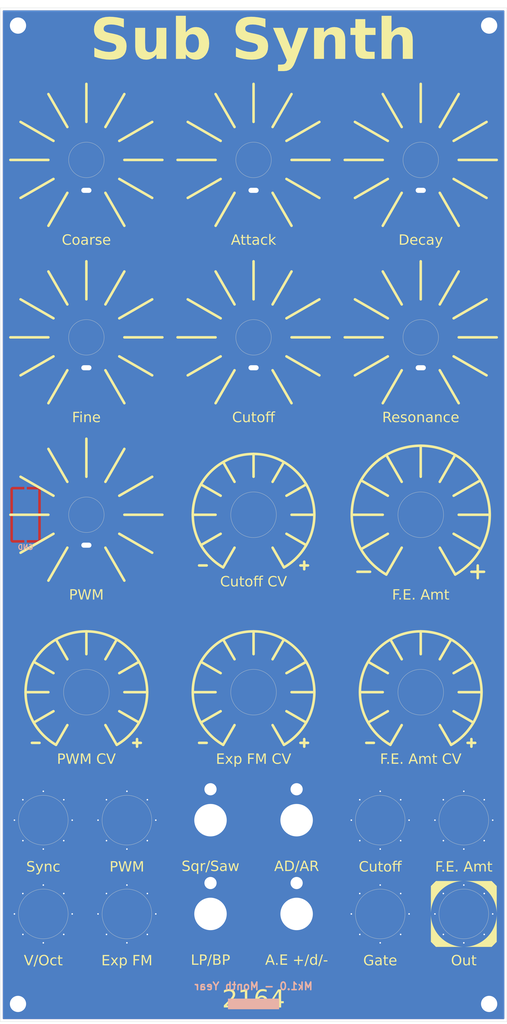
<source format=kicad_pcb>
(kicad_pcb (version 20241229) (generator "pcbnew") (generator_version "9.0")
  (title_block (title "Kosmo Format Front Panel - 10 cm") (company "DMH Instruments"))
  (layers (0 "F.Cu" signal) (2 "B.Cu" signal) (13 "F.Paste" user) (15 "B.Paste" user) (5 "F.SilkS" user "F.Silkscreen") (7 "B.SilkS" user "B.Silkscreen") (1 "F.Mask" user) (3 "B.Mask" user) (25 "Edge.Cuts" user))
  (property "Function" "")
  (net 0 "")
  (net 1 "GND")
  (footprint "SynthStuff:Pot_Cutout_Small" (layer "F.Cu") (at 100 60)
    (property "Reference" "H9")
    (property "Value" "Attack" (at 0 15.9 0) (layer "F.SilkS") (effects (font (size 2 2))))
    (fp_line (start -7.499998 0) (end -15 0) (stroke (width 0.5)) (layer "F.SilkS"))
    (fp_line (start -6.49301 -3.753771) (end -12.992858 -7.495709) (stroke (width 0.5)) (layer "F.SilkS"))
    (fp_line (start -6.49301 3.753772) (end -12.992781 7.495835) (stroke (width 0.5)) (layer "F.SilkS"))
    (fp_line (start -3.753772 -6.49301) (end -7.495837 -12.992783) (stroke (width 0.5)) (layer "F.SilkS"))
    (fp_line (start -3.753771 6.49301) (end -7.495708 12.992854) (stroke (width 0.5)) (layer "F.SilkS"))
    (fp_line (start 0 -7.5) (end 0 -15) (stroke (width 0.5)) (layer "F.SilkS"))
    (fp_line (start 3.753771 -6.49301) (end 7.495709 -12.992858) (stroke (width 0.5)) (layer "F.SilkS"))
    (fp_line (start 3.753772 6.49301) (end 7.495835 12.992782) (stroke (width 0.5)) (layer "F.SilkS"))
    (fp_line (start 6.49301 -3.753772) (end 12.992783 -7.495836) (stroke (width 0.5)) (layer "F.SilkS"))
    (fp_line (start 6.49301 3.753771) (end 12.992855 7.495709) (stroke (width 0.5)) (layer "F.SilkS"))
    (fp_line (start 7.5 0) (end 14.999999 0) (stroke (width 0.5)) (layer "F.SilkS"))
    (fp_circle (center 0 0) (end 0 3.5) (stroke (width 0.05)) (fill no) (layer "Edge.Cuts"))
    (pad "1" connect circle (at 0 0) (size 12 12) (layers "F.Cu" "F.Mask") (net 1 "GND"))
    (pad "1" connect circle (at 0 0) (size 12 12) (layers "B.Cu" "B.Mask") (net 1 "GND"))
    (pad "1" thru_hole oval (at 0 6) (size 2.5 1.5) (drill oval 2 1) (layers "*.Cu" "*.Mask") (net 1 "GND"))
  )
  (footprint "SynthStuff:MountingHole_Rails" (layer "F.Cu") (at 53.5 226.5)
    (property "Reference" "H3")
    (property "Value" "MountingHole_Rails" (hide yes))
    (pad "1" thru_hole circle (at 0 0) (size 4 4) (drill 3.2) (layers "*.Cu" "*.Mask") (net 1 "GND"))
  )
  (footprint "SynthStuff:Jack_6.35mm_Cutout_Output_v6" (layer "F.Cu") (at 141.5 208.75)
    (property "Reference" "H22")
    (property "Value" "Out" (at 0 9.3 0) (layer "F.SilkS") (effects (font (size 2 2))))
    (fp_poly (pts (xy -6.5 5.5) (arc (start -6.5 0) (mid -4.596194 4.596194) (end 0 6.5)) (xy -5.5 6.5)) (fill yes) (layer "F.SilkS"))
    (fp_poly (pts (xy -5.5 -6.5) (arc (start 0 -6.5) (mid -4.596194 -4.596194) (end -6.5 0)) (xy -6.5 -5.5)) (fill yes) (layer "F.SilkS"))
    (fp_poly (pts (xy 5.5 6.5) (arc (start 0 6.5) (mid 4.596194 4.596194) (end 6.5 0)) (xy 6.5 5.5)) (fill yes) (layer "F.SilkS"))
    (fp_poly (pts (xy 6.5 -5.5) (arc (start 6.5 0) (mid 4.596194 -4.596194) (end 0 -6.5)) (xy 5.5 -6.5)) (fill yes) (layer "F.SilkS"))
    (fp_circle (center 0 0) (end 0 -4.9) (stroke (width 0.05)) (fill no) (layer "Edge.Cuts"))
    (pad "1" thru_hole circle (at -5.7 0) (size 0.5 0.5) (drill 0.3) (layers "*.Cu" "*.Mask") (net 1 "GND"))
    (pad "1" thru_hole circle (at -4.04 -4.03) (size 0.5 0.5) (drill 0.3) (layers "*.Cu" "*.Mask") (net 1 "GND"))
    (pad "1" thru_hole circle (at -4.03 4.04) (size 0.5 0.5) (drill 0.3) (layers "*.Cu" "*.Mask") (net 1 "GND"))
    (pad "1" thru_hole circle (at 0 -5.7) (size 0.5 0.5) (drill 0.3) (layers "*.Cu" "*.Mask") (net 1 "GND"))
    (pad "1" connect circle (at 0 0) (size 12 12) (layers "F.Cu" "F.Mask") (net 1 "GND"))
    (pad "1" connect circle (at 0 0) (size 12 12) (layers "B.Cu" "B.Mask") (net 1 "GND"))
    (pad "1" thru_hole circle (at 0 5.7) (size 0.5 0.5) (drill 0.3) (layers "*.Cu" "*.Mask") (net 1 "GND"))
    (pad "1" thru_hole circle (at 4.03 4.04) (size 0.5 0.5) (drill 0.3) (layers "*.Cu" "*.Mask") (net 1 "GND"))
    (pad "1" thru_hole circle (at 4.04 -4.03) (size 0.5 0.5) (drill 0.3) (layers "*.Cu" "*.Mask") (net 1 "GND"))
    (pad "1" thru_hole circle (at 5.7 0) (size 0.5 0.5) (drill 0.3) (layers "*.Cu" "*.Mask") (net 1 "GND"))
  )
  (footprint "SynthStuff:Pot_Cutout_Tiny_attv_P110KH1" (layer "F.Cu") (at 100 130)
    (property "Reference" "H15")
    (property "Value" "Cutoff CV" (at 0 13.3 0) (layer "F.SilkS") (effects (font (size 2 2))))
    (fp_line (start -10.75 10) (end -9.25 10) (stroke (width 0.5)) (layer "F.SilkS"))
    (fp_line (start -7.499998 0) (end -12 0) (stroke (width 0.5)) (layer "F.SilkS"))
    (fp_line (start -6.49301 -3.753771) (end -10.394285 -5.996567) (stroke (width 0.5)) (layer "F.SilkS"))
    (fp_line (start -6.49301 3.753772) (end -10.394227 5.996669) (stroke (width 0.5)) (layer "F.SilkS"))
    (fp_line (start -3.753772 -6.49301) (end -5.996669 -10.394227) (stroke (width 0.5)) (layer "F.SilkS"))
    (fp_line (start -3.753771 6.49301) (end -5.996567 10.394285) (stroke (width 0.5)) (layer "F.SilkS"))
    (fp_line (start 0 -7.5) (end 0 -12) (stroke (width 0.5)) (layer "F.SilkS"))
    (fp_line (start 3.753771 -6.49301) (end 5.996567 -10.394285) (stroke (width 0.5)) (layer "F.SilkS"))
    (fp_line (start 3.753772 6.49301) (end 5.996669 10.394227) (stroke (width 0.5)) (layer "F.SilkS"))
    (fp_line (start 6.49301 -3.753772) (end 10.394227 -5.996669) (stroke (width 0.5)) (layer "F.SilkS"))
    (fp_line (start 6.49301 3.753771) (end 10.394285 5.996567) (stroke (width 0.5)) (layer "F.SilkS"))
    (fp_line (start 7.5 0) (end 12 0) (stroke (width 0.5)) (layer "F.SilkS"))
    (fp_line (start 9.25 10) (end 10.75 10) (stroke (width 0.5)) (layer "F.SilkS"))
    (fp_line (start 10 10.75) (end 10 9.25) (stroke (width 0.5)) (layer "F.SilkS"))
    (fp_arc (start -5.996567 10.394285) (mid -11.591622 -3.103914) (end 0 -11.999999) (stroke (width 0.5)) (layer "F.SilkS"))
    (fp_arc (start 0 -11.999996) (mid 11.591604 -3.103969) (end 5.996669 10.394227) (stroke (width 0.5)) (layer "F.SilkS"))
    (fp_circle (center 0 0) (end 4.5 0) (stroke (width 0.05)) (fill no) (layer "Edge.Cuts"))
    (pad "1" connect circle (at 0 0) (size 12 12) (layers "F.Cu" "F.Mask") (net 1 "GND"))
    (pad "1" connect circle (at 0 0) (size 12 12) (layers "B.Cu" "B.Mask") (net 1 "GND"))
  )
  (footprint "SynthStuff:Pot_Cutout_Small" (layer "F.Cu") (at 67 60)
    (property "Reference" "H5")
    (property "Value" "Coarse" (at 0 15.9 0) (layer "F.SilkS") (effects (font (size 2 2))))
    (fp_line (start -7.499998 0) (end -15 0) (stroke (width 0.5)) (layer "F.SilkS"))
    (fp_line (start -6.49301 -3.753771) (end -12.992858 -7.495709) (stroke (width 0.5)) (layer "F.SilkS"))
    (fp_line (start -6.49301 3.753772) (end -12.992781 7.495835) (stroke (width 0.5)) (layer "F.SilkS"))
    (fp_line (start -3.753772 -6.49301) (end -7.495837 -12.992783) (stroke (width 0.5)) (layer "F.SilkS"))
    (fp_line (start -3.753771 6.49301) (end -7.495708 12.992854) (stroke (width 0.5)) (layer "F.SilkS"))
    (fp_line (start 0 -7.5) (end 0 -15) (stroke (width 0.5)) (layer "F.SilkS"))
    (fp_line (start 3.753771 -6.49301) (end 7.495709 -12.992858) (stroke (width 0.5)) (layer "F.SilkS"))
    (fp_line (start 3.753772 6.49301) (end 7.495835 12.992782) (stroke (width 0.5)) (layer "F.SilkS"))
    (fp_line (start 6.49301 -3.753772) (end 12.992783 -7.495836) (stroke (width 0.5)) (layer "F.SilkS"))
    (fp_line (start 6.49301 3.753771) (end 12.992855 7.495709) (stroke (width 0.5)) (layer "F.SilkS"))
    (fp_line (start 7.5 0) (end 14.999999 0) (stroke (width 0.5)) (layer "F.SilkS"))
    (fp_circle (center 0 0) (end 0 3.5) (stroke (width 0.05)) (fill no) (layer "Edge.Cuts"))
    (pad "1" connect circle (at 0 0) (size 12 12) (layers "F.Cu" "F.Mask") (net 1 "GND"))
    (pad "1" connect circle (at 0 0) (size 12 12) (layers "B.Cu" "B.Mask") (net 1 "GND"))
    (pad "1" thru_hole oval (at 0 6) (size 2.5 1.5) (drill oval 2 1) (layers "*.Cu" "*.Mask") (net 1 "GND"))
  )
  (footprint "SynthStuff:Jack_6.35mm_Cutout_v3" (layer "F.Cu") (at 125 208.75)
    (property "Reference" "H28")
    (property "Value" "Gate" (at 0 9.3 0) (layer "F.SilkS") (effects (font (size 2 2))))
    (fp_circle (center 0 0) (end 0 -4.9) (stroke (width 0.05)) (fill no) (layer "Edge.Cuts"))
    (pad "1" thru_hole circle (at -5.7 0) (size 0.5 0.5) (drill 0.3) (layers "*.Cu" "*.Mask") (net 1 "GND"))
    (pad "1" thru_hole circle (at -4.04 -4.03) (size 0.5 0.5) (drill 0.3) (layers "*.Cu" "*.Mask") (net 1 "GND"))
    (pad "1" thru_hole circle (at -4.03 4.04) (size 0.5 0.5) (drill 0.3) (layers "*.Cu" "*.Mask") (net 1 "GND"))
    (pad "1" thru_hole circle (at 0 -5.7) (size 0.5 0.5) (drill 0.3) (layers "*.Cu" "*.Mask") (net 1 "GND"))
    (pad "1" connect circle (at 0 0) (size 12 12) (layers "F.Cu" "F.Mask") (net 1 "GND"))
    (pad "1" connect circle (at 0 0) (size 12 12) (layers "B.Cu" "B.Mask") (net 1 "GND"))
    (pad "1" thru_hole circle (at 0 5.7) (size 0.5 0.5) (drill 0.3) (layers "*.Cu" "*.Mask") (net 1 "GND"))
    (pad "1" thru_hole circle (at 4.03 4.04) (size 0.5 0.5) (drill 0.3) (layers "*.Cu" "*.Mask") (net 1 "GND"))
    (pad "1" thru_hole circle (at 4.04 -4.03) (size 0.5 0.5) (drill 0.3) (layers "*.Cu" "*.Mask") (net 1 "GND"))
    (pad "1" thru_hole circle (at 5.7 0) (size 0.5 0.5) (drill 0.3) (layers "*.Cu" "*.Mask") (net 1 "GND"))
  )
  (footprint "SynthStuff:Jack_6.35mm_Cutout_v3" (layer "F.Cu") (at 141.5 190.25)
    (property "Reference" "H20")
    (property "Value" "F.E. Amt" (at 0 9.3 0) (layer "F.SilkS") (effects (font (size 2 2))))
    (fp_circle (center 0 0) (end 0 -4.9) (stroke (width 0.05)) (fill no) (layer "Edge.Cuts"))
    (pad "1" thru_hole circle (at -5.7 0) (size 0.5 0.5) (drill 0.3) (layers "*.Cu" "*.Mask") (net 1 "GND"))
    (pad "1" thru_hole circle (at -4.04 -4.03) (size 0.5 0.5) (drill 0.3) (layers "*.Cu" "*.Mask") (net 1 "GND"))
    (pad "1" thru_hole circle (at -4.03 4.04) (size 0.5 0.5) (drill 0.3) (layers "*.Cu" "*.Mask") (net 1 "GND"))
    (pad "1" thru_hole circle (at 0 -5.7) (size 0.5 0.5) (drill 0.3) (layers "*.Cu" "*.Mask") (net 1 "GND"))
    (pad "1" connect circle (at 0 0) (size 12 12) (layers "F.Cu" "F.Mask") (net 1 "GND"))
    (pad "1" connect circle (at 0 0) (size 12 12) (layers "B.Cu" "B.Mask") (net 1 "GND"))
    (pad "1" thru_hole circle (at 0 5.7) (size 0.5 0.5) (drill 0.3) (layers "*.Cu" "*.Mask") (net 1 "GND"))
    (pad "1" thru_hole circle (at 4.03 4.04) (size 0.5 0.5) (drill 0.3) (layers "*.Cu" "*.Mask") (net 1 "GND"))
    (pad "1" thru_hole circle (at 4.04 -4.03) (size 0.5 0.5) (drill 0.3) (layers "*.Cu" "*.Mask") (net 1 "GND"))
    (pad "1" thru_hole circle (at 5.7 0) (size 0.5 0.5) (drill 0.3) (layers "*.Cu" "*.Mask") (net 1 "GND"))
  )
  (footprint "SynthStuff:Jack_6.35mm_Cutout_v3" (layer "F.Cu") (at 58.5 208.75)
    (property "Reference" "H17")
    (property "Value" "V/Oct" (at 0 9.3 0) (layer "F.SilkS") (effects (font (size 2 2))))
    (fp_circle (center 0 0) (end 0 -4.9) (stroke (width 0.05)) (fill no) (layer "Edge.Cuts"))
    (pad "1" thru_hole circle (at -5.7 0) (size 0.5 0.5) (drill 0.3) (layers "*.Cu" "*.Mask") (net 1 "GND"))
    (pad "1" thru_hole circle (at -4.04 -4.03) (size 0.5 0.5) (drill 0.3) (layers "*.Cu" "*.Mask") (net 1 "GND"))
    (pad "1" thru_hole circle (at -4.03 4.04) (size 0.5 0.5) (drill 0.3) (layers "*.Cu" "*.Mask") (net 1 "GND"))
    (pad "1" thru_hole circle (at 0 -5.7) (size 0.5 0.5) (drill 0.3) (layers "*.Cu" "*.Mask") (net 1 "GND"))
    (pad "1" connect circle (at 0 0) (size 12 12) (layers "F.Cu" "F.Mask") (net 1 "GND"))
    (pad "1" connect circle (at 0 0) (size 12 12) (layers "B.Cu" "B.Mask") (net 1 "GND"))
    (pad "1" thru_hole circle (at 0 5.7) (size 0.5 0.5) (drill 0.3) (layers "*.Cu" "*.Mask") (net 1 "GND"))
    (pad "1" thru_hole circle (at 4.03 4.04) (size 0.5 0.5) (drill 0.3) (layers "*.Cu" "*.Mask") (net 1 "GND"))
    (pad "1" thru_hole circle (at 4.04 -4.03) (size 0.5 0.5) (drill 0.3) (layers "*.Cu" "*.Mask") (net 1 "GND"))
    (pad "1" thru_hole circle (at 5.7 0) (size 0.5 0.5) (drill 0.3) (layers "*.Cu" "*.Mask") (net 1 "GND"))
  )
  (footprint "SynthStuff:Toggle_Switch_TE_Cutout" (layer "F.Cu") (at 108.5 190.25)
    (property "Reference" "H24")
    (property "Value" "AD/AR" (at 0 9.2 0) (layer "F.SilkS") (effects (font (size 2 2))))
    (pad "1" thru_hole circle (at 0 -6.1) (size 2.9 2.9) (drill 2.4) (layers "*.Cu" "*.Mask") (net 1 "GND"))
    (pad "1" thru_hole circle (at 0 0) (size 13 13) (drill 6.4) (layers "*.Cu" "*.Mask") (net 1 "GND"))
  )
  (footprint "SynthStuff:Jack_6.35mm_Cutout_v3" (layer "F.Cu") (at 58.5 190.25)
    (property "Reference" "H25")
    (property "Value" "Sync" (at 0 9.3 0) (layer "F.SilkS") (effects (font (size 2 2))))
    (fp_circle (center 0 0) (end 0 -4.9) (stroke (width 0.05)) (fill no) (layer "Edge.Cuts"))
    (pad "1" thru_hole circle (at -5.7 0) (size 0.5 0.5) (drill 0.3) (layers "*.Cu" "*.Mask") (net 1 "GND"))
    (pad "1" thru_hole circle (at -4.04 -4.03) (size 0.5 0.5) (drill 0.3) (layers "*.Cu" "*.Mask") (net 1 "GND"))
    (pad "1" thru_hole circle (at -4.03 4.04) (size 0.5 0.5) (drill 0.3) (layers "*.Cu" "*.Mask") (net 1 "GND"))
    (pad "1" thru_hole circle (at 0 -5.7) (size 0.5 0.5) (drill 0.3) (layers "*.Cu" "*.Mask") (net 1 "GND"))
    (pad "1" connect circle (at 0 0) (size 12 12) (layers "F.Cu" "F.Mask") (net 1 "GND"))
    (pad "1" connect circle (at 0 0) (size 12 12) (layers "B.Cu" "B.Mask") (net 1 "GND"))
    (pad "1" thru_hole circle (at 0 5.7) (size 0.5 0.5) (drill 0.3) (layers "*.Cu" "*.Mask") (net 1 "GND"))
    (pad "1" thru_hole circle (at 4.03 4.04) (size 0.5 0.5) (drill 0.3) (layers "*.Cu" "*.Mask") (net 1 "GND"))
    (pad "1" thru_hole circle (at 4.04 -4.03) (size 0.5 0.5) (drill 0.3) (layers "*.Cu" "*.Mask") (net 1 "GND"))
    (pad "1" thru_hole circle (at 5.7 0) (size 0.5 0.5) (drill 0.3) (layers "*.Cu" "*.Mask") (net 1 "GND"))
  )
  (footprint "SynthStuff:Toggle_Switch_TE_Cutout" (layer "F.Cu") (at 108.5 208.75)
    (property "Reference" "H27")
    (property "Value" "A.E +/d/-" (at 0 9.2 0) (layer "F.SilkS") (effects (font (size 2 2))))
    (pad "1" thru_hole circle (at 0 -6.1) (size 2.9 2.9) (drill 2.4) (layers "*.Cu" "*.Mask") (net 1 "GND"))
    (pad "1" thru_hole circle (at 0 0) (size 13 13) (drill 6.4) (layers "*.Cu" "*.Mask") (net 1 "GND"))
  )
  (footprint "SynthStuff:Jack_6.35mm_Cutout_v3" (layer "F.Cu") (at 75 208.75)
    (property "Reference" "H18")
    (property "Value" "Exp FM" (at 0 9.3 0) (layer "F.SilkS") (effects (font (size 2 2))))
    (fp_circle (center 0 0) (end 0 -4.9) (stroke (width 0.05)) (fill no) (layer "Edge.Cuts"))
    (pad "1" thru_hole circle (at -5.7 0) (size 0.5 0.5) (drill 0.3) (layers "*.Cu" "*.Mask") (net 1 "GND"))
    (pad "1" thru_hole circle (at -4.04 -4.03) (size 0.5 0.5) (drill 0.3) (layers "*.Cu" "*.Mask") (net 1 "GND"))
    (pad "1" thru_hole circle (at -4.03 4.04) (size 0.5 0.5) (drill 0.3) (layers "*.Cu" "*.Mask") (net 1 "GND"))
    (pad "1" thru_hole circle (at 0 -5.7) (size 0.5 0.5) (drill 0.3) (layers "*.Cu" "*.Mask") (net 1 "GND"))
    (pad "1" connect circle (at 0 0) (size 12 12) (layers "F.Cu" "F.Mask") (net 1 "GND"))
    (pad "1" connect circle (at 0 0) (size 12 12) (layers "B.Cu" "B.Mask") (net 1 "GND"))
    (pad "1" thru_hole circle (at 0 5.7) (size 0.5 0.5) (drill 0.3) (layers "*.Cu" "*.Mask") (net 1 "GND"))
    (pad "1" thru_hole circle (at 4.03 4.04) (size 0.5 0.5) (drill 0.3) (layers "*.Cu" "*.Mask") (net 1 "GND"))
    (pad "1" thru_hole circle (at 4.04 -4.03) (size 0.5 0.5) (drill 0.3) (layers "*.Cu" "*.Mask") (net 1 "GND"))
    (pad "1" thru_hole circle (at 5.7 0) (size 0.5 0.5) (drill 0.3) (layers "*.Cu" "*.Mask") (net 1 "GND"))
  )
  (footprint "SynthStuff:Pot_Cutout_Small" (layer "F.Cu") (at 67 130)
    (property "Reference" "H8")
    (property "Value" "PWM" (at 0 15.9 0) (layer "F.SilkS") (effects (font (size 2 2))))
    (fp_line (start -7.499998 0) (end -15 0) (stroke (width 0.5)) (layer "F.SilkS"))
    (fp_line (start -6.49301 -3.753771) (end -12.992858 -7.495709) (stroke (width 0.5)) (layer "F.SilkS"))
    (fp_line (start -6.49301 3.753772) (end -12.992781 7.495835) (stroke (width 0.5)) (layer "F.SilkS"))
    (fp_line (start -3.753772 -6.49301) (end -7.495837 -12.992783) (stroke (width 0.5)) (layer "F.SilkS"))
    (fp_line (start -3.753771 6.49301) (end -7.495708 12.992854) (stroke (width 0.5)) (layer "F.SilkS"))
    (fp_line (start 0 -7.5) (end 0 -15) (stroke (width 0.5)) (layer "F.SilkS"))
    (fp_line (start 3.753771 -6.49301) (end 7.495709 -12.992858) (stroke (width 0.5)) (layer "F.SilkS"))
    (fp_line (start 3.753772 6.49301) (end 7.495835 12.992782) (stroke (width 0.5)) (layer "F.SilkS"))
    (fp_line (start 6.49301 -3.753772) (end 12.992783 -7.495836) (stroke (width 0.5)) (layer "F.SilkS"))
    (fp_line (start 6.49301 3.753771) (end 12.992855 7.495709) (stroke (width 0.5)) (layer "F.SilkS"))
    (fp_line (start 7.5 0) (end 14.999999 0) (stroke (width 0.5)) (layer "F.SilkS"))
    (fp_circle (center 0 0) (end 0 3.5) (stroke (width 0.05)) (fill no) (layer "Edge.Cuts"))
    (pad "1" connect circle (at 0 0) (size 12 12) (layers "F.Cu" "F.Mask") (net 1 "GND"))
    (pad "1" connect circle (at 0 0) (size 12 12) (layers "B.Cu" "B.Mask") (net 1 "GND"))
    (pad "1" thru_hole oval (at 0 6) (size 2.5 1.5) (drill oval 2 1) (layers "*.Cu" "*.Mask") (net 1 "GND"))
  )
  (footprint "SynthStuff:Pot_Cutout_Tiny_attv_P110KH1" (layer "F.Cu") (at 67 165)
    (property "Reference" "H12")
    (property "Value" "PWM CV" (at 0 13.3 0) (layer "F.SilkS") (effects (font (size 2 2))))
    (fp_line (start -10.75 10) (end -9.25 10) (stroke (width 0.5)) (layer "F.SilkS"))
    (fp_line (start -7.499998 0) (end -12 0) (stroke (width 0.5)) (layer "F.SilkS"))
    (fp_line (start -6.49301 -3.753771) (end -10.394285 -5.996567) (stroke (width 0.5)) (layer "F.SilkS"))
    (fp_line (start -6.49301 3.753772) (end -10.394227 5.996669) (stroke (width 0.5)) (layer "F.SilkS"))
    (fp_line (start -3.753772 -6.49301) (end -5.996669 -10.394227) (stroke (width 0.5)) (layer "F.SilkS"))
    (fp_line (start -3.753771 6.49301) (end -5.996567 10.394285) (stroke (width 0.5)) (layer "F.SilkS"))
    (fp_line (start 0 -7.5) (end 0 -12) (stroke (width 0.5)) (layer "F.SilkS"))
    (fp_line (start 3.753771 -6.49301) (end 5.996567 -10.394285) (stroke (width 0.5)) (layer "F.SilkS"))
    (fp_line (start 3.753772 6.49301) (end 5.996669 10.394227) (stroke (width 0.5)) (layer "F.SilkS"))
    (fp_line (start 6.49301 -3.753772) (end 10.394227 -5.996669) (stroke (width 0.5)) (layer "F.SilkS"))
    (fp_line (start 6.49301 3.753771) (end 10.394285 5.996567) (stroke (width 0.5)) (layer "F.SilkS"))
    (fp_line (start 7.5 0) (end 12 0) (stroke (width 0.5)) (layer "F.SilkS"))
    (fp_line (start 9.25 10) (end 10.75 10) (stroke (width 0.5)) (layer "F.SilkS"))
    (fp_line (start 10 10.75) (end 10 9.25) (stroke (width 0.5)) (layer "F.SilkS"))
    (fp_arc (start -5.996567 10.394285) (mid -11.591622 -3.103914) (end 0 -11.999999) (stroke (width 0.5)) (layer "F.SilkS"))
    (fp_arc (start 0 -11.999996) (mid 11.591604 -3.103969) (end 5.996669 10.394227) (stroke (width 0.5)) (layer "F.SilkS"))
    (fp_circle (center 0 0) (end 4.5 0) (stroke (width 0.05)) (fill no) (layer "Edge.Cuts"))
    (pad "1" connect circle (at 0 0) (size 12 12) (layers "F.Cu" "F.Mask") (net 1 "GND"))
    (pad "1" connect circle (at 0 0) (size 12 12) (layers "B.Cu" "B.Mask") (net 1 "GND"))
  )
  (footprint "SynthStuff:Pot_Cutout_Small" (layer "F.Cu") (at 100 95)
    (property "Reference" "H11")
    (property "Value" "Cutoff" (at 0 15.9 0) (layer "F.SilkS") (effects (font (size 2 2))))
    (fp_line (start -7.499998 0) (end -15 0) (stroke (width 0.5)) (layer "F.SilkS"))
    (fp_line (start -6.49301 -3.753771) (end -12.992858 -7.495709) (stroke (width 0.5)) (layer "F.SilkS"))
    (fp_line (start -6.49301 3.753772) (end -12.992781 7.495835) (stroke (width 0.5)) (layer "F.SilkS"))
    (fp_line (start -3.753772 -6.49301) (end -7.495837 -12.992783) (stroke (width 0.5)) (layer "F.SilkS"))
    (fp_line (start -3.753771 6.49301) (end -7.495708 12.992854) (stroke (width 0.5)) (layer "F.SilkS"))
    (fp_line (start 0 -7.5) (end 0 -15) (stroke (width 0.5)) (layer "F.SilkS"))
    (fp_line (start 3.753771 -6.49301) (end 7.495709 -12.992858) (stroke (width 0.5)) (layer "F.SilkS"))
    (fp_line (start 3.753772 6.49301) (end 7.495835 12.992782) (stroke (width 0.5)) (layer "F.SilkS"))
    (fp_line (start 6.49301 -3.753772) (end 12.992783 -7.495836) (stroke (width 0.5)) (layer "F.SilkS"))
    (fp_line (start 6.49301 3.753771) (end 12.992855 7.495709) (stroke (width 0.5)) (layer "F.SilkS"))
    (fp_line (start 7.5 0) (end 14.999999 0) (stroke (width 0.5)) (layer "F.SilkS"))
    (fp_circle (center 0 0) (end 0 3.5) (stroke (width 0.05)) (fill no) (layer "Edge.Cuts"))
    (pad "1" connect circle (at 0 0) (size 12 12) (layers "F.Cu" "F.Mask") (net 1 "GND"))
    (pad "1" connect circle (at 0 0) (size 12 12) (layers "B.Cu" "B.Mask") (net 1 "GND"))
    (pad "1" thru_hole oval (at 0 6) (size 2.5 1.5) (drill oval 2 1) (layers "*.Cu" "*.Mask") (net 1 "GND"))
  )
  (footprint "SynthStuff:Pot_Cutout_Small_attv_P110KH1" (layer "F.Cu") (at 133 130)
    (property "Reference" "H10")
    (property "Value" "F.E. Amt" (at 0 15.9 0) (layer "F.SilkS") (effects (font (size 2 2))))
    (fp_line (start -12.5 11.25) (end -10 11.25) (stroke (width 0.5)) (layer "F.SilkS"))
    (fp_line (start -7.499998 0) (end -13.6 0) (stroke (width 0.5)) (layer "F.SilkS"))
    (fp_line (start -6.49301 -3.753771) (end -11.8 -6.8) (stroke (width 0.5)) (layer "F.SilkS"))
    (fp_line (start -6.49301 3.753772) (end -11.8 6.8) (stroke (width 0.5)) (layer "F.SilkS"))
    (fp_line (start -3.753772 -6.49301) (end -6.8 -11.8) (stroke (width 0.5)) (layer "F.SilkS"))
    (fp_line (start -3.753771 6.49301) (end -6.8 11.8) (stroke (width 0.5)) (layer "F.SilkS"))
    (fp_line (start 0 -7.5) (end -0.003331 -13.619104) (stroke (width 0.5)) (layer "F.SilkS"))
    (fp_line (start 3.753771 -6.49301) (end 6.8 -11.8) (stroke (width 0.5)) (layer "F.SilkS"))
    (fp_line (start 3.753772 6.49301) (end 6.805772 11.796672) (stroke (width 0.5)) (layer "F.SilkS"))
    (fp_line (start 6.49301 -3.753772) (end 11.8 -6.8) (stroke (width 0.5)) (layer "F.SilkS"))
    (fp_line (start 6.49301 3.753771) (end 11.8 6.8) (stroke (width 0.5)) (layer "F.SilkS"))
    (fp_line (start 7.5 0) (end 13.6 0) (stroke (width 0.5)) (layer "F.SilkS"))
    (fp_line (start 10 11.25) (end 12.5 11.25) (stroke (width 0.5)) (layer "F.SilkS"))
    (fp_line (start 11.25 10) (end 11.25 12.5) (stroke (width 0.5)) (layer "F.SilkS"))
    (fp_arc (start -6.8 11.8) (mid -0.003331 -13.619104) (end 6.805772 11.796672) (stroke (width 0.5)) (layer "F.SilkS"))
    (fp_circle (center 0 0) (end 4.5 0) (stroke (width 0.05)) (fill no) (layer "Edge.Cuts"))
    (pad "1" connect circle (at 0 0) (size 12 12) (layers "F.Cu" "F.Mask") (net 1 "GND"))
    (pad "1" connect circle (at 0 0) (size 12 12) (layers "B.Cu" "B.Mask") (net 1 "GND"))
  )
  (footprint "SynthStuff:Pot_Cutout_Small" (layer "F.Cu") (at 133 60)
    (property "Reference" "H13")
    (property "Value" "Decay" (at 0 15.9 0) (layer "F.SilkS") (effects (font (size 2 2))))
    (fp_line (start -7.499998 0) (end -15 0) (stroke (width 0.5)) (layer "F.SilkS"))
    (fp_line (start -6.49301 -3.753771) (end -12.992858 -7.495709) (stroke (width 0.5)) (layer "F.SilkS"))
    (fp_line (start -6.49301 3.753772) (end -12.992781 7.495835) (stroke (width 0.5)) (layer "F.SilkS"))
    (fp_line (start -3.753772 -6.49301) (end -7.495837 -12.992783) (stroke (width 0.5)) (layer "F.SilkS"))
    (fp_line (start -3.753771 6.49301) (end -7.495708 12.992854) (stroke (width 0.5)) (layer "F.SilkS"))
    (fp_line (start 0 -7.5) (end 0 -15) (stroke (width 0.5)) (layer "F.SilkS"))
    (fp_line (start 3.753771 -6.49301) (end 7.495709 -12.992858) (stroke (width 0.5)) (layer "F.SilkS"))
    (fp_line (start 3.753772 6.49301) (end 7.495835 12.992782) (stroke (width 0.5)) (layer "F.SilkS"))
    (fp_line (start 6.49301 -3.753772) (end 12.992783 -7.495836) (stroke (width 0.5)) (layer "F.SilkS"))
    (fp_line (start 6.49301 3.753771) (end 12.992855 7.495709) (stroke (width 0.5)) (layer "F.SilkS"))
    (fp_line (start 7.5 0) (end 14.999999 0) (stroke (width 0.5)) (layer "F.SilkS"))
    (fp_circle (center 0 0) (end 0 3.5) (stroke (width 0.05)) (fill no) (layer "Edge.Cuts"))
    (pad "1" connect circle (at 0 0) (size 12 12) (layers "F.Cu" "F.Mask") (net 1 "GND"))
    (pad "1" connect circle (at 0 0) (size 12 12) (layers "B.Cu" "B.Mask") (net 1 "GND"))
    (pad "1" thru_hole oval (at 0 6) (size 2.5 1.5) (drill oval 2 1) (layers "*.Cu" "*.Mask") (net 1 "GND"))
  )
  (footprint "SynthStuff:MountingHole_Rails" (layer "F.Cu") (at 146.5 33.5)
    (property "Reference" "H2")
    (property "Value" "MountingHole_Rails" (hide yes))
    (pad "1" thru_hole circle (at 0 0) (size 4 4) (drill 3.2) (layers "*.Cu" "*.Mask") (net 1 "GND"))
  )
  (footprint "SynthStuff:MountingHole_Rails" (layer "F.Cu") (at 146.5 226.5)
    (property "Reference" "H4")
    (property "Value" "MountingHole_Rails" (hide yes))
    (pad "1" thru_hole circle (at 0 0) (size 4 4) (drill 3.2) (layers "*.Cu" "*.Mask") (net 1 "GND"))
  )
  (footprint "SynthStuff:Pot_Cutout_Small" (layer "F.Cu") (at 67 95)
    (property "Reference" "H6")
    (property "Value" "Fine" (at 0 15.9 0) (layer "F.SilkS") (effects (font (size 2 2))))
    (fp_line (start -7.499998 0) (end -15 0) (stroke (width 0.5)) (layer "F.SilkS"))
    (fp_line (start -6.49301 -3.753771) (end -12.992858 -7.495709) (stroke (width 0.5)) (layer "F.SilkS"))
    (fp_line (start -6.49301 3.753772) (end -12.992781 7.495835) (stroke (width 0.5)) (layer "F.SilkS"))
    (fp_line (start -3.753772 -6.49301) (end -7.495837 -12.992783) (stroke (width 0.5)) (layer "F.SilkS"))
    (fp_line (start -3.753771 6.49301) (end -7.495708 12.992854) (stroke (width 0.5)) (layer "F.SilkS"))
    (fp_line (start 0 -7.5) (end 0 -15) (stroke (width 0.5)) (layer "F.SilkS"))
    (fp_line (start 3.753771 -6.49301) (end 7.495709 -12.992858) (stroke (width 0.5)) (layer "F.SilkS"))
    (fp_line (start 3.753772 6.49301) (end 7.495835 12.992782) (stroke (width 0.5)) (layer "F.SilkS"))
    (fp_line (start 6.49301 -3.753772) (end 12.992783 -7.495836) (stroke (width 0.5)) (layer "F.SilkS"))
    (fp_line (start 6.49301 3.753771) (end 12.992855 7.495709) (stroke (width 0.5)) (layer "F.SilkS"))
    (fp_line (start 7.5 0) (end 14.999999 0) (stroke (width 0.5)) (layer "F.SilkS"))
    (fp_circle (center 0 0) (end 0 3.5) (stroke (width 0.05)) (fill no) (layer "Edge.Cuts"))
    (pad "1" connect circle (at 0 0) (size 12 12) (layers "F.Cu" "F.Mask") (net 1 "GND"))
    (pad "1" connect circle (at 0 0) (size 12 12) (layers "B.Cu" "B.Mask") (net 1 "GND"))
    (pad "1" thru_hole oval (at 0 6) (size 2.5 1.5) (drill oval 2 1) (layers "*.Cu" "*.Mask") (net 1 "GND"))
  )
  (footprint "SynthStuff:MountingHole_Rails" (layer "F.Cu") (at 53.5 33.5)
    (property "Reference" "H1")
    (property "Value" "MountingHole_Rails" (hide yes))
    (pad "1" thru_hole circle (at 0 0) (size 4 4) (drill 3.2) (layers "*.Cu" "*.Mask") (net 1 "GND"))
  )
  (footprint "SynthStuff:Jack_6.35mm_Cutout_v3" (layer "F.Cu") (at 75 190.25)
    (property "Reference" "H21")
    (property "Value" "PWM" (at 0 9.3 0) (layer "F.SilkS") (effects (font (size 2 2))))
    (fp_circle (center 0 0) (end 0 -4.9) (stroke (width 0.05)) (fill no) (layer "Edge.Cuts"))
    (pad "1" thru_hole circle (at -5.7 0) (size 0.5 0.5) (drill 0.3) (layers "*.Cu" "*.Mask") (net 1 "GND"))
    (pad "1" thru_hole circle (at -4.04 -4.03) (size 0.5 0.5) (drill 0.3) (layers "*.Cu" "*.Mask") (net 1 "GND"))
    (pad "1" thru_hole circle (at -4.03 4.04) (size 0.5 0.5) (drill 0.3) (layers "*.Cu" "*.Mask") (net 1 "GND"))
    (pad "1" thru_hole circle (at 0 -5.7) (size 0.5 0.5) (drill 0.3) (layers "*.Cu" "*.Mask") (net 1 "GND"))
    (pad "1" connect circle (at 0 0) (size 12 12) (layers "F.Cu" "F.Mask") (net 1 "GND"))
    (pad "1" connect circle (at 0 0) (size 12 12) (layers "B.Cu" "B.Mask") (net 1 "GND"))
    (pad "1" thru_hole circle (at 0 5.7) (size 0.5 0.5) (drill 0.3) (layers "*.Cu" "*.Mask") (net 1 "GND"))
    (pad "1" thru_hole circle (at 4.03 4.04) (size 0.5 0.5) (drill 0.3) (layers "*.Cu" "*.Mask") (net 1 "GND"))
    (pad "1" thru_hole circle (at 4.04 -4.03) (size 0.5 0.5) (drill 0.3) (layers "*.Cu" "*.Mask") (net 1 "GND"))
    (pad "1" thru_hole circle (at 5.7 0) (size 0.5 0.5) (drill 0.3) (layers "*.Cu" "*.Mask") (net 1 "GND"))
  )
  (footprint "SynthStuff:Pot_Cutout_Tiny_attv_P110KH1" (layer "F.Cu") (at 100 165)
    (property "Reference" "H16")
    (property "Value" "Exp FM CV" (at 0 13.3 0) (layer "F.SilkS") (effects (font (size 2 2))))
    (fp_line (start -10.75 10) (end -9.25 10) (stroke (width 0.5)) (layer "F.SilkS"))
    (fp_line (start -7.499998 0) (end -12 0) (stroke (width 0.5)) (layer "F.SilkS"))
    (fp_line (start -6.49301 -3.753771) (end -10.394285 -5.996567) (stroke (width 0.5)) (layer "F.SilkS"))
    (fp_line (start -6.49301 3.753772) (end -10.394227 5.996669) (stroke (width 0.5)) (layer "F.SilkS"))
    (fp_line (start -3.753772 -6.49301) (end -5.996669 -10.394227) (stroke (width 0.5)) (layer "F.SilkS"))
    (fp_line (start -3.753771 6.49301) (end -5.996567 10.394285) (stroke (width 0.5)) (layer "F.SilkS"))
    (fp_line (start 0 -7.5) (end 0 -12) (stroke (width 0.5)) (layer "F.SilkS"))
    (fp_line (start 3.753771 -6.49301) (end 5.996567 -10.394285) (stroke (width 0.5)) (layer "F.SilkS"))
    (fp_line (start 3.753772 6.49301) (end 5.996669 10.394227) (stroke (width 0.5)) (layer "F.SilkS"))
    (fp_line (start 6.49301 -3.753772) (end 10.394227 -5.996669) (stroke (width 0.5)) (layer "F.SilkS"))
    (fp_line (start 6.49301 3.753771) (end 10.394285 5.996567) (stroke (width 0.5)) (layer "F.SilkS"))
    (fp_line (start 7.5 0) (end 12 0) (stroke (width 0.5)) (layer "F.SilkS"))
    (fp_line (start 9.25 10) (end 10.75 10) (stroke (width 0.5)) (layer "F.SilkS"))
    (fp_line (start 10 10.75) (end 10 9.25) (stroke (width 0.5)) (layer "F.SilkS"))
    (fp_arc (start -5.996567 10.394285) (mid -11.591622 -3.103914) (end 0 -11.999999) (stroke (width 0.5)) (layer "F.SilkS"))
    (fp_arc (start 0 -11.999996) (mid 11.591604 -3.103969) (end 5.996669 10.394227) (stroke (width 0.5)) (layer "F.SilkS"))
    (fp_circle (center 0 0) (end 4.5 0) (stroke (width 0.05)) (fill no) (layer "Edge.Cuts"))
    (pad "1" connect circle (at 0 0) (size 12 12) (layers "F.Cu" "F.Mask") (net 1 "GND"))
    (pad "1" connect circle (at 0 0) (size 12 12) (layers "B.Cu" "B.Mask") (net 1 "GND"))
  )
  (footprint "SynthStuff:Jack_6.35mm_Cutout_v3" (layer "F.Cu") (at 125 190.25)
    (property "Reference" "H19")
    (property "Value" "Cutoff" (at 0 9.3 0) (layer "F.SilkS") (effects (font (size 2 2))))
    (fp_circle (center 0 0) (end 0 -4.9) (stroke (width 0.05)) (fill no) (layer "Edge.Cuts"))
    (pad "1" thru_hole circle (at -5.7 0) (size 0.5 0.5) (drill 0.3) (layers "*.Cu" "*.Mask") (net 1 "GND"))
    (pad "1" thru_hole circle (at -4.04 -4.03) (size 0.5 0.5) (drill 0.3) (layers "*.Cu" "*.Mask") (net 1 "GND"))
    (pad "1" thru_hole circle (at -4.03 4.04) (size 0.5 0.5) (drill 0.3) (layers "*.Cu" "*.Mask") (net 1 "GND"))
    (pad "1" thru_hole circle (at 0 -5.7) (size 0.5 0.5) (drill 0.3) (layers "*.Cu" "*.Mask") (net 1 "GND"))
    (pad "1" connect circle (at 0 0) (size 12 12) (layers "F.Cu" "F.Mask") (net 1 "GND"))
    (pad "1" connect circle (at 0 0) (size 12 12) (layers "B.Cu" "B.Mask") (net 1 "GND"))
    (pad "1" thru_hole circle (at 0 5.7) (size 0.5 0.5) (drill 0.3) (layers "*.Cu" "*.Mask") (net 1 "GND"))
    (pad "1" thru_hole circle (at 4.03 4.04) (size 0.5 0.5) (drill 0.3) (layers "*.Cu" "*.Mask") (net 1 "GND"))
    (pad "1" thru_hole circle (at 4.04 -4.03) (size 0.5 0.5) (drill 0.3) (layers "*.Cu" "*.Mask") (net 1 "GND"))
    (pad "1" thru_hole circle (at 5.7 0) (size 0.5 0.5) (drill 0.3) (layers "*.Cu" "*.Mask") (net 1 "GND"))
  )
  (footprint "SynthStuff:Pot_Cutout_Small" (layer "F.Cu") (at 133 95)
    (property "Reference" "H14")
    (property "Value" "Resonance" (at 0 15.9 0) (layer "F.SilkS") (effects (font (size 2 2))))
    (fp_line (start -7.499998 0) (end -15 0) (stroke (width 0.5)) (layer "F.SilkS"))
    (fp_line (start -6.49301 -3.753771) (end -12.992858 -7.495709) (stroke (width 0.5)) (layer "F.SilkS"))
    (fp_line (start -6.49301 3.753772) (end -12.992781 7.495835) (stroke (width 0.5)) (layer "F.SilkS"))
    (fp_line (start -3.753772 -6.49301) (end -7.495837 -12.992783) (stroke (width 0.5)) (layer "F.SilkS"))
    (fp_line (start -3.753771 6.49301) (end -7.495708 12.992854) (stroke (width 0.5)) (layer "F.SilkS"))
    (fp_line (start 0 -7.5) (end 0 -15) (stroke (width 0.5)) (layer "F.SilkS"))
    (fp_line (start 3.753771 -6.49301) (end 7.495709 -12.992858) (stroke (width 0.5)) (layer "F.SilkS"))
    (fp_line (start 3.753772 6.49301) (end 7.495835 12.992782) (stroke (width 0.5)) (layer "F.SilkS"))
    (fp_line (start 6.49301 -3.753772) (end 12.992783 -7.495836) (stroke (width 0.5)) (layer "F.SilkS"))
    (fp_line (start 6.49301 3.753771) (end 12.992855 7.495709) (stroke (width 0.5)) (layer "F.SilkS"))
    (fp_line (start 7.5 0) (end 14.999999 0) (stroke (width 0.5)) (layer "F.SilkS"))
    (fp_circle (center 0 0) (end 0 3.5) (stroke (width 0.05)) (fill no) (layer "Edge.Cuts"))
    (pad "1" connect circle (at 0 0) (size 12 12) (layers "F.Cu" "F.Mask") (net 1 "GND"))
    (pad "1" connect circle (at 0 0) (size 12 12) (layers "B.Cu" "B.Mask") (net 1 "GND"))
    (pad "1" thru_hole oval (at 0 6) (size 2.5 1.5) (drill oval 2 1) (layers "*.Cu" "*.Mask") (net 1 "GND"))
  )
  (footprint "SynthStuff:Toggle_Switch_TE_Cutout" (layer "F.Cu") (at 91.5 190.25)
    (property "Reference" "H23")
    (property "Value" "Sqr/Saw" (at 0 9.2 0) (layer "F.SilkS") (effects (font (size 2 2))))
    (pad "1" thru_hole circle (at 0 -6.1) (size 2.9 2.9) (drill 2.4) (layers "*.Cu" "*.Mask") (net 1 "GND"))
    (pad "1" thru_hole circle (at 0 0) (size 13 13) (drill 6.4) (layers "*.Cu" "*.Mask") (net 1 "GND"))
  )
  (footprint "SynthStuff:Toggle_Switch_TE_Cutout" (layer "F.Cu") (at 91.5 208.75)
    (property "Reference" "H26")
    (property "Value" "LP/BP" (at 0 9.2 0) (layer "F.SilkS") (effects (font (size 2 2))))
    (pad "1" thru_hole circle (at 0 -6.1) (size 2.9 2.9) (drill 2.4) (layers "*.Cu" "*.Mask") (net 1 "GND"))
    (pad "1" thru_hole circle (at 0 0) (size 13 13) (drill 6.4) (layers "*.Cu" "*.Mask") (net 1 "GND"))
  )
  (footprint "SynthStuff:Pot_Cutout_Tiny_attv_P110KH1" (layer "F.Cu") (at 133 165)
    (property "Reference" "H7")
    (property "Value" "F.E. Amt CV" (at 0 13.3 0) (layer "F.SilkS") (effects (font (size 2 2))))
    (fp_line (start -10.75 10) (end -9.25 10) (stroke (width 0.5)) (layer "F.SilkS"))
    (fp_line (start -7.499998 0) (end -12 0) (stroke (width 0.5)) (layer "F.SilkS"))
    (fp_line (start -6.49301 -3.753771) (end -10.394285 -5.996567) (stroke (width 0.5)) (layer "F.SilkS"))
    (fp_line (start -6.49301 3.753772) (end -10.394227 5.996669) (stroke (width 0.5)) (layer "F.SilkS"))
    (fp_line (start -3.753772 -6.49301) (end -5.996669 -10.394227) (stroke (width 0.5)) (layer "F.SilkS"))
    (fp_line (start -3.753771 6.49301) (end -5.996567 10.394285) (stroke (width 0.5)) (layer "F.SilkS"))
    (fp_line (start 0 -7.5) (end 0 -12) (stroke (width 0.5)) (layer "F.SilkS"))
    (fp_line (start 3.753771 -6.49301) (end 5.996567 -10.394285) (stroke (width 0.5)) (layer "F.SilkS"))
    (fp_line (start 3.753772 6.49301) (end 5.996669 10.394227) (stroke (width 0.5)) (layer "F.SilkS"))
    (fp_line (start 6.49301 -3.753772) (end 10.394227 -5.996669) (stroke (width 0.5)) (layer "F.SilkS"))
    (fp_line (start 6.49301 3.753771) (end 10.394285 5.996567) (stroke (width 0.5)) (layer "F.SilkS"))
    (fp_line (start 7.5 0) (end 12 0) (stroke (width 0.5)) (layer "F.SilkS"))
    (fp_line (start 9.25 10) (end 10.75 10) (stroke (width 0.5)) (layer "F.SilkS"))
    (fp_line (start 10 10.75) (end 10 9.25) (stroke (width 0.5)) (layer "F.SilkS"))
    (fp_arc (start -5.996567 10.394285) (mid -11.591622 -3.103914) (end 0 -11.999999) (stroke (width 0.5)) (layer "F.SilkS"))
    (fp_arc (start 0 -11.999996) (mid 11.591604 -3.103969) (end 5.996669 10.394227) (stroke (width 0.5)) (layer "F.SilkS"))
    (fp_circle (center 0 0) (end 4.5 0) (stroke (width 0.05)) (fill no) (layer "Edge.Cuts"))
    (pad "1" connect circle (at 0 0) (size 12 12) (layers "F.Cu" "F.Mask") (net 1 "GND"))
    (pad "1" connect circle (at 0 0) (size 12 12) (layers "B.Cu" "B.Mask") (net 1 "GND"))
  )
  (footprint "SynthStuff:Panel_GND_SolderWirePad_5x10mm" (layer "B.Cu") (at 55 130 180)
    (property "Reference" "J0" (hide yes))
    (property "Value" "Panel_GND_Solder_Wire_Pad" (hide yes))
    (property "Function" "GND" (at 0 -6.4 0) (layer "B.SilkS") (effects (font (thickness 0.2) (bold yes)) (justify mirror)))
    (pad "1" smd rect (at 0 0 180) (size 5 10) (layers "B.Cu" "B.Mask" "B.Paste") (net 1 "GND"))
  )
  (gr_rect (start 95 225.5) (end 105 227.5) (stroke (width 0.1)) (fill yes) (layer "B.SilkS"))
  (gr_rect (start 50 30) (end 150 230) (stroke (width 0.05)) (fill no) (layer "Edge.Cuts"))
  (gr_text "Sub Synth" (at 100 36.75 0) (layer "F.SilkS") (effects (font (size 8 8) (thickness 0.8) (bold yes))))
  (gr_text "2164" (at 100 225.75 0) (layer "F.SilkS") (effects (font (size 3.5 3.5) (thickness 0.875))))
  (gr_text "Mk1.0 - Month Year" (at 100 223 0) (layer "B.SilkS") (effects (font (size 1.5 1.5) (thickness 0.3) (bold yes)) (justify mirror)))
  (zone (net 1) (net_name "GND") (layers "F.Cu" "B.Cu") (name "GroundPlane") (connect_pads yes (clearance 0.5)) (min_thickness 0.25) (fill yes (thermal_gap 0.5) (thermal_bridge_width 0.5))
    (polygon (pts (xy 50 30) (xy 150 30.5) (xy 150 230.5) (xy 50 230)))
  )
)
</source>
